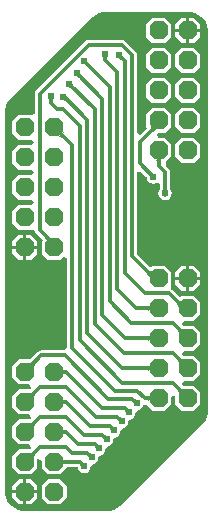
<source format=gbl>
G04*
G04 #@! TF.GenerationSoftware,Altium Limited,Altium Designer,19.1.9 (167)*
G04*
G04 Layer_Physical_Order=2*
G04 Layer_Color=16711680*
%FSLAX25Y25*%
%MOIN*%
G70*
G01*
G75*
%ADD12C,0.01200*%
%ADD13P,0.06818X8X112.5*%
%ADD14C,0.02400*%
G36*
X64833Y167440D02*
X65969Y166969D01*
X66991Y166286D01*
X67861Y165417D01*
X68544Y164394D01*
X69015Y163258D01*
X69254Y162052D01*
Y161437D01*
X69254Y34777D01*
Y34163D01*
X69015Y32956D01*
X68544Y31820D01*
X67861Y30798D01*
X67426Y30363D01*
X40543Y3479D01*
X40108Y3045D01*
X39085Y2362D01*
X37949Y1891D01*
X36743Y1651D01*
X7894D01*
X7279Y1651D01*
X6073Y1891D01*
X4937Y2362D01*
X3914Y3045D01*
X3045Y3914D01*
X2362Y4937D01*
X1891Y6073D01*
X1651Y7279D01*
X1651Y7894D01*
Y134553D01*
X1651Y135168D01*
X1891Y136374D01*
X2362Y137510D01*
X3045Y138533D01*
X3479Y138968D01*
X30363Y165851D01*
X30798Y166286D01*
X31820Y166969D01*
X32956Y167440D01*
X34163Y167680D01*
X34777Y167680D01*
X63627D01*
X64833Y167440D01*
D02*
G37*
%LPC*%
G36*
X64660Y165881D02*
X63085D01*
Y162232D01*
X66735D01*
Y163806D01*
X64660Y165881D01*
D02*
G37*
G36*
X62085D02*
X60511D01*
X58436Y163806D01*
Y162232D01*
X62085D01*
Y165881D01*
D02*
G37*
G36*
X54909Y165882D02*
X50760D01*
X48685Y163807D01*
Y159658D01*
X50760Y157583D01*
X54909D01*
X56984Y159658D01*
Y163807D01*
X54909Y165882D01*
D02*
G37*
G36*
X66735Y161232D02*
X63085D01*
Y157582D01*
X64660D01*
X66735Y159657D01*
Y161232D01*
D02*
G37*
G36*
X62085D02*
X58436D01*
Y159657D01*
X60511Y157582D01*
X62085D01*
Y161232D01*
D02*
G37*
G36*
X54909Y155882D02*
X50760D01*
X48685Y153807D01*
Y149657D01*
X50760Y147583D01*
X54909D01*
X56984Y149657D01*
Y153807D01*
X54909Y155882D01*
D02*
G37*
G36*
X64660Y155881D02*
X60511D01*
X58436Y153806D01*
Y149657D01*
X60511Y147582D01*
X64660D01*
X66735Y149657D01*
Y153806D01*
X64660Y155881D01*
D02*
G37*
G36*
X54909Y145882D02*
X50760D01*
X48685Y143807D01*
Y139657D01*
X50760Y137583D01*
X54909D01*
X56984Y139657D01*
Y143807D01*
X54909Y145882D01*
D02*
G37*
G36*
X64660Y145881D02*
X60511D01*
X58436Y143806D01*
Y139657D01*
X60511Y137582D01*
X64660D01*
X66735Y139657D01*
Y143806D01*
X64660Y145881D01*
D02*
G37*
G36*
X40518Y158505D02*
X29518D01*
X28894Y158380D01*
X28365Y158027D01*
X12035Y141698D01*
X11682Y141168D01*
X11558Y140544D01*
Y133876D01*
X10449Y133417D01*
X10343Y133524D01*
X6193D01*
X4118Y131449D01*
Y127299D01*
X6193Y125224D01*
X10343D01*
X11284Y124469D01*
Y124279D01*
X10727Y123832D01*
X10183Y123524D01*
X6193D01*
X4118Y121449D01*
Y117299D01*
X6193Y115224D01*
X10343D01*
X11284Y114469D01*
Y114279D01*
X10727Y113832D01*
X10183Y113524D01*
X6193D01*
X4118Y111449D01*
Y107299D01*
X6193Y105224D01*
X10343D01*
X11284Y104469D01*
Y104279D01*
X10727Y103832D01*
X10183Y103524D01*
X6193D01*
X4118Y101449D01*
Y97299D01*
X6193Y95224D01*
X10343D01*
X10454Y95336D01*
X11634Y94819D01*
X11682Y94578D01*
X12035Y94049D01*
X14253Y91832D01*
X13869Y91448D01*
Y87299D01*
X15944Y85224D01*
X20093D01*
X21187Y86318D01*
X22387Y85821D01*
Y56051D01*
X21998Y55484D01*
X21907Y55394D01*
X21341Y55005D01*
X13767D01*
X13143Y54881D01*
X12614Y54527D01*
X10119Y52032D01*
X10109Y52024D01*
X6193D01*
X4118Y49949D01*
Y45799D01*
X6193Y43724D01*
X9615D01*
X10256Y42584D01*
X9833Y42024D01*
X6193D01*
X4118Y39949D01*
Y35799D01*
X6193Y33724D01*
X9615D01*
X10256Y32583D01*
X9833Y32024D01*
X6193D01*
X4118Y29949D01*
Y25799D01*
X6193Y23724D01*
X9615D01*
X10256Y22583D01*
X9833Y22024D01*
X6193D01*
X4118Y19949D01*
Y15799D01*
X6193Y13724D01*
X10343D01*
X12417Y15799D01*
Y18790D01*
X12669Y18955D01*
X13869Y18308D01*
Y15799D01*
X15944Y13724D01*
X20093D01*
X22168Y15799D01*
Y16242D01*
X25802D01*
X25946Y15515D01*
X26432Y14787D01*
X27160Y14301D01*
X28018Y14130D01*
X28877Y14301D01*
X29605Y14787D01*
X30091Y15515D01*
X30261Y16373D01*
X31303Y17286D01*
X31377Y17301D01*
X32105Y17787D01*
X32591Y18515D01*
X32761Y19373D01*
X33803Y20286D01*
X33877Y20301D01*
X34605Y20787D01*
X35091Y21515D01*
X35261Y22373D01*
X36303Y23286D01*
X36377Y23301D01*
X37105Y23787D01*
X37591Y24515D01*
X37762Y25373D01*
X38803Y26286D01*
X38877Y26301D01*
X39605Y26787D01*
X40091Y27515D01*
X40262Y28373D01*
X41303Y29286D01*
X41377Y29301D01*
X42105Y29787D01*
X42591Y30515D01*
X42761Y31373D01*
X43803Y32286D01*
X43877Y32301D01*
X44605Y32787D01*
X45091Y33515D01*
X45261Y34373D01*
X46303Y35286D01*
X46377Y35301D01*
X47105Y35787D01*
X47591Y36515D01*
X47630Y36710D01*
X48883Y36861D01*
X50760Y34984D01*
X54909D01*
X56984Y37059D01*
Y39567D01*
X58184Y40214D01*
X58436Y40048D01*
Y37058D01*
X60511Y34984D01*
X64660D01*
X66735Y37058D01*
Y41208D01*
X64660Y43283D01*
X61020D01*
X60597Y43843D01*
X61238Y44984D01*
X64660D01*
X66735Y47058D01*
Y51208D01*
X64660Y53283D01*
X61020D01*
X60597Y53843D01*
X61238Y54984D01*
X64660D01*
X66735Y57058D01*
Y61208D01*
X64660Y63283D01*
X61020D01*
X60597Y63843D01*
X61238Y64984D01*
X64660D01*
X66735Y67058D01*
Y71208D01*
X64660Y73283D01*
X60511D01*
X59963Y72736D01*
X57411Y75287D01*
X57111Y75488D01*
X56832Y76442D01*
X56805Y76880D01*
X56984Y77059D01*
Y81209D01*
X54909Y83284D01*
X50760D01*
X50088Y82611D01*
X45650Y87049D01*
Y114367D01*
X46758Y114826D01*
X48773Y112812D01*
X48779Y112804D01*
X48793Y112785D01*
X48946Y112015D01*
X49432Y111287D01*
X50160Y110801D01*
X51018Y110630D01*
X51877Y110801D01*
X52187Y111008D01*
X53387Y110463D01*
Y108917D01*
X53386Y108908D01*
X53382Y108885D01*
X52946Y108232D01*
X52775Y107373D01*
X52946Y106515D01*
X53432Y105787D01*
X54160Y105301D01*
X55018Y105130D01*
X55877Y105301D01*
X56604Y105787D01*
X57091Y106515D01*
X57262Y107373D01*
X57091Y108232D01*
X56655Y108885D01*
X56653Y108896D01*
X56650Y108932D01*
Y114373D01*
X56650Y114373D01*
X56526Y114998D01*
X56172Y115527D01*
X55197Y116502D01*
X55361Y118035D01*
X56984Y119658D01*
Y123807D01*
X54909Y125882D01*
X52774D01*
X52199Y127082D01*
X52601Y127583D01*
X54909D01*
X56984Y129657D01*
Y133807D01*
X54909Y135882D01*
X50760D01*
X48685Y133807D01*
Y129657D01*
X49090Y129252D01*
X46758Y126920D01*
X45650Y127380D01*
Y153373D01*
X45526Y153998D01*
X45172Y154527D01*
X41672Y158027D01*
X41143Y158380D01*
X40518Y158505D01*
D02*
G37*
G36*
X64660Y135881D02*
X60511D01*
X58436Y133806D01*
Y129657D01*
X60511Y127582D01*
X64660D01*
X66735Y129657D01*
Y133806D01*
X64660Y135881D01*
D02*
G37*
G36*
Y125881D02*
X60511D01*
X58436Y123806D01*
Y119657D01*
X60511Y117582D01*
X64660D01*
X66735Y119657D01*
Y123806D01*
X64660Y125881D01*
D02*
G37*
G36*
X10343Y93524D02*
X8768D01*
Y89874D01*
X12417D01*
Y91449D01*
X10343Y93524D01*
D02*
G37*
G36*
X7768D02*
X6193D01*
X4118Y91449D01*
Y89874D01*
X7768D01*
Y93524D01*
D02*
G37*
G36*
X12417Y88874D02*
X8768D01*
Y85224D01*
X10343D01*
X12417Y87299D01*
Y88874D01*
D02*
G37*
G36*
X7768D02*
X4118D01*
Y87299D01*
X6193Y85224D01*
X7768D01*
Y88874D01*
D02*
G37*
G36*
X64660Y83283D02*
X63085D01*
Y79633D01*
X66735D01*
Y81208D01*
X64660Y83283D01*
D02*
G37*
G36*
X62085D02*
X60511D01*
X58436Y81208D01*
Y79633D01*
X62085D01*
Y83283D01*
D02*
G37*
G36*
X66735Y78633D02*
X63085D01*
Y74984D01*
X64660D01*
X66735Y77058D01*
Y78633D01*
D02*
G37*
G36*
X62085D02*
X58436D01*
Y77058D01*
X60511Y74984D01*
X62085D01*
Y78633D01*
D02*
G37*
G36*
X10343Y12024D02*
X8768D01*
Y8374D01*
X12417D01*
Y9949D01*
X10343Y12024D01*
D02*
G37*
G36*
X7768D02*
X6193D01*
X4118Y9949D01*
Y8374D01*
X7768D01*
Y12024D01*
D02*
G37*
G36*
X12417Y7374D02*
X8768D01*
Y3724D01*
X10343D01*
X12417Y5799D01*
Y7374D01*
D02*
G37*
G36*
X7768D02*
X4118D01*
Y5799D01*
X6193Y3724D01*
X7768D01*
Y7374D01*
D02*
G37*
G36*
X20093Y12023D02*
X15944D01*
X13869Y9948D01*
Y5799D01*
X15944Y3724D01*
X20093D01*
X22168Y5799D01*
Y9948D01*
X20093Y12023D01*
D02*
G37*
%LPD*%
G36*
X35813Y152965D02*
X35772Y152905D01*
X35736Y152836D01*
X35705Y152759D01*
X35678Y152673D01*
X35657Y152579D01*
X35640Y152476D01*
X35628Y152364D01*
X35618Y152114D01*
X34418D01*
X34416Y152243D01*
X34397Y152476D01*
X34380Y152579D01*
X34358Y152673D01*
X34332Y152759D01*
X34301Y152836D01*
X34265Y152905D01*
X34224Y152965D01*
X34178Y153016D01*
X35858D01*
X35813Y152965D01*
D02*
G37*
G36*
X40723Y153293D02*
X40736Y153221D01*
X40759Y153148D01*
X40792Y153071D01*
X40834Y152991D01*
X40885Y152909D01*
X40946Y152824D01*
X41017Y152737D01*
X41187Y152554D01*
X40338Y151705D01*
X40245Y151795D01*
X40067Y151945D01*
X39983Y152006D01*
X39900Y152058D01*
X39821Y152100D01*
X39744Y152133D01*
X39670Y152156D01*
X39599Y152169D01*
X39530Y152173D01*
X40718Y153361D01*
X40723Y153293D01*
D02*
G37*
G36*
X29223Y151293D02*
X29236Y151222D01*
X29259Y151148D01*
X29292Y151071D01*
X29334Y150991D01*
X29385Y150909D01*
X29446Y150824D01*
X29517Y150737D01*
X29687Y150554D01*
X28838Y149705D01*
X28745Y149795D01*
X28567Y149945D01*
X28482Y150006D01*
X28400Y150058D01*
X28321Y150100D01*
X28244Y150133D01*
X28170Y150156D01*
X28099Y150169D01*
X28030Y150173D01*
X29218Y151361D01*
X29223Y151293D01*
D02*
G37*
G36*
X26722Y147293D02*
X26736Y147222D01*
X26759Y147148D01*
X26792Y147071D01*
X26834Y146991D01*
X26885Y146909D01*
X26946Y146825D01*
X27017Y146737D01*
X27187Y146554D01*
X26338Y145705D01*
X26245Y145795D01*
X26067Y145945D01*
X25982Y146007D01*
X25900Y146058D01*
X25821Y146100D01*
X25744Y146133D01*
X25670Y146156D01*
X25599Y146169D01*
X25530Y146173D01*
X26718Y147361D01*
X26722Y147293D01*
D02*
G37*
G36*
X24223Y143793D02*
X24236Y143721D01*
X24259Y143648D01*
X24292Y143571D01*
X24334Y143491D01*
X24385Y143409D01*
X24446Y143324D01*
X24517Y143237D01*
X24687Y143054D01*
X23838Y142205D01*
X23745Y142295D01*
X23567Y142445D01*
X23483Y142507D01*
X23400Y142558D01*
X23321Y142600D01*
X23244Y142633D01*
X23170Y142656D01*
X23099Y142669D01*
X23030Y142673D01*
X24218Y143861D01*
X24223Y143793D01*
D02*
G37*
G36*
X17813Y138965D02*
X17772Y138905D01*
X17736Y138836D01*
X17705Y138759D01*
X17678Y138673D01*
X17657Y138579D01*
X17640Y138476D01*
X17628Y138364D01*
X17618Y138114D01*
X16418D01*
X16416Y138243D01*
X16397Y138476D01*
X16380Y138579D01*
X16358Y138673D01*
X16332Y138759D01*
X16301Y138836D01*
X16265Y138905D01*
X16224Y138965D01*
X16178Y139016D01*
X17858D01*
X17813Y138965D01*
D02*
G37*
G36*
X22185Y139672D02*
X22210Y139622D01*
X22244Y139567D01*
X22286Y139506D01*
X22395Y139368D01*
X22539Y139207D01*
X22717Y139023D01*
X22184Y137860D01*
X22090Y137949D01*
X22000Y138026D01*
X21912Y138092D01*
X21828Y138147D01*
X21746Y138190D01*
X21668Y138221D01*
X21592Y138241D01*
X21520Y138249D01*
X21450Y138245D01*
X21383Y138230D01*
X22169Y139716D01*
X22185Y139672D01*
D02*
G37*
G36*
X52437Y128607D02*
X52319Y128647D01*
X52189Y128660D01*
X52048Y128644D01*
X51895Y128601D01*
X51731Y128529D01*
X51556Y128428D01*
X51369Y128300D01*
X51171Y128144D01*
X50961Y127959D01*
X50740Y127746D01*
X49730Y128434D01*
X49915Y128627D01*
X50068Y128806D01*
X50190Y128970D01*
X50281Y129120D01*
X50340Y129255D01*
X50367Y129376D01*
X50363Y129483D01*
X50328Y129575D01*
X50261Y129652D01*
X50163Y129715D01*
X52437Y128607D01*
D02*
G37*
G36*
X21074Y127844D02*
X21030Y127745D01*
X21013Y127637D01*
X21023Y127518D01*
X21060Y127390D01*
X21123Y127251D01*
X21214Y127102D01*
X21330Y126943D01*
X21474Y126775D01*
X21644Y126596D01*
X20796Y125747D01*
X20617Y125918D01*
X20448Y126061D01*
X20290Y126178D01*
X20141Y126268D01*
X20002Y126332D01*
X19874Y126368D01*
X19755Y126378D01*
X19646Y126362D01*
X19548Y126318D01*
X19459Y126248D01*
X21144Y127933D01*
X21074Y127844D01*
D02*
G37*
G36*
X53921Y118595D02*
X53819Y118558D01*
X53729Y118498D01*
X53651Y118413D01*
X53585Y118304D01*
X53531Y118170D01*
X53489Y118013D01*
X53459Y117831D01*
X53441Y117625D01*
X53435Y117395D01*
X52235D01*
X52229Y117625D01*
X52211Y117831D01*
X52181Y118013D01*
X52139Y118170D01*
X52085Y118304D01*
X52019Y118413D01*
X51941Y118498D01*
X51851Y118558D01*
X51749Y118595D01*
X51635Y118607D01*
X54035D01*
X53921Y118595D01*
D02*
G37*
G36*
X50292Y114452D02*
X50469Y114301D01*
X50554Y114240D01*
X50637Y114189D01*
X50716Y114147D01*
X50793Y114114D01*
X50867Y114091D01*
X50938Y114077D01*
X51006Y114073D01*
X49819Y112885D01*
X49814Y112954D01*
X49801Y113025D01*
X49778Y113099D01*
X49745Y113176D01*
X49703Y113255D01*
X49652Y113338D01*
X49590Y113422D01*
X49520Y113510D01*
X49350Y113693D01*
X50199Y114542D01*
X50292Y114452D01*
D02*
G37*
G36*
X55621Y109003D02*
X55640Y108771D01*
X55657Y108668D01*
X55678Y108573D01*
X55705Y108488D01*
X55736Y108410D01*
X55772Y108342D01*
X55813Y108282D01*
X55858Y108230D01*
X54178D01*
X54224Y108282D01*
X54265Y108342D01*
X54301Y108410D01*
X54332Y108488D01*
X54358Y108573D01*
X54380Y108668D01*
X54397Y108771D01*
X54409Y108883D01*
X54418Y109133D01*
X55618D01*
X55621Y109003D01*
D02*
G37*
G36*
X16103Y93146D02*
X16512Y92803D01*
X16700Y92675D01*
X16875Y92574D01*
X17039Y92503D01*
X17191Y92459D01*
X17332Y92444D01*
X17461Y92457D01*
X17578Y92499D01*
X15325Y91370D01*
X15423Y91433D01*
X15489Y91511D01*
X15524Y91604D01*
X15527Y91711D01*
X15500Y91832D01*
X15441Y91967D01*
X15350Y92116D01*
X15229Y92280D01*
X15076Y92458D01*
X14892Y92651D01*
X15881Y93360D01*
X16103Y93146D01*
D02*
G37*
G36*
X49474Y81774D02*
X49834Y81483D01*
X49988Y81388D01*
X50124Y81328D01*
X50244Y81302D01*
X50346Y81310D01*
X50431Y81352D01*
X50499Y81428D01*
X50550Y81539D01*
X49709Y78998D01*
X49738Y79128D01*
X49741Y79267D01*
X49719Y79414D01*
X49671Y79571D01*
X49598Y79736D01*
X49499Y79910D01*
X49375Y80093D01*
X49225Y80285D01*
X49049Y80485D01*
X48849Y80695D01*
X49269Y81972D01*
X49474Y81774D01*
D02*
G37*
G36*
X59344Y71904D02*
X59528Y71746D01*
X59696Y71621D01*
X59848Y71528D01*
X59984Y71468D01*
X60105Y71441D01*
X60209Y71447D01*
X60297Y71486D01*
X60369Y71558D01*
X60426Y71663D01*
X59460Y69247D01*
X59494Y69371D01*
X59502Y69506D01*
X59483Y69651D01*
X59437Y69805D01*
X59364Y69970D01*
X59265Y70145D01*
X59139Y70329D01*
X58986Y70524D01*
X58806Y70729D01*
X58599Y70944D01*
X59145Y72096D01*
X59344Y71904D01*
D02*
G37*
G36*
X49709Y67934D02*
X49697Y68048D01*
X49661Y68150D01*
X49600Y68240D01*
X49515Y68318D01*
X49406Y68384D01*
X49273Y68438D01*
X49115Y68480D01*
X48933Y68510D01*
X48727Y68528D01*
X48497Y68534D01*
Y69734D01*
X48727Y69740D01*
X48933Y69758D01*
X49115Y69788D01*
X49273Y69830D01*
X49406Y69884D01*
X49515Y69950D01*
X49600Y70028D01*
X49661Y70118D01*
X49697Y70220D01*
X49709Y70334D01*
Y67934D01*
D02*
G37*
G36*
X59987Y62589D02*
X60155Y62445D01*
X60314Y62328D01*
X60463Y62238D01*
X60602Y62175D01*
X60730Y62138D01*
X60849Y62128D01*
X60957Y62145D01*
X61056Y62189D01*
X61145Y62259D01*
X59460Y60574D01*
X59530Y60662D01*
X59574Y60761D01*
X59590Y60870D01*
X59580Y60988D01*
X59544Y61117D01*
X59480Y61256D01*
X59390Y61405D01*
X59273Y61563D01*
X59130Y61732D01*
X58959Y61911D01*
X59808Y62759D01*
X59987Y62589D01*
D02*
G37*
G36*
X49709Y57934D02*
X49697Y58048D01*
X49661Y58150D01*
X49600Y58240D01*
X49515Y58318D01*
X49406Y58384D01*
X49273Y58438D01*
X49115Y58480D01*
X48933Y58510D01*
X48727Y58528D01*
X48497Y58534D01*
Y59734D01*
X48727Y59740D01*
X48933Y59758D01*
X49115Y59788D01*
X49273Y59830D01*
X49406Y59884D01*
X49515Y59950D01*
X49600Y60028D01*
X49661Y60118D01*
X49697Y60220D01*
X49709Y60334D01*
Y57934D01*
D02*
G37*
G36*
X11894Y50652D02*
X11723Y50473D01*
X11580Y50304D01*
X11463Y50145D01*
X11373Y49997D01*
X11309Y49858D01*
X11273Y49729D01*
X11263Y49611D01*
X11280Y49502D01*
X11323Y49403D01*
X11393Y49315D01*
X9708Y51000D01*
X9797Y50929D01*
X9896Y50886D01*
X10004Y50869D01*
X10123Y50879D01*
X10252Y50916D01*
X10390Y50979D01*
X10539Y51069D01*
X10698Y51186D01*
X10866Y51330D01*
X11045Y51500D01*
X11894Y50652D01*
D02*
G37*
G36*
X59987Y52589D02*
X60155Y52445D01*
X60314Y52328D01*
X60463Y52238D01*
X60602Y52175D01*
X60730Y52138D01*
X60849Y52128D01*
X60957Y52145D01*
X61056Y52188D01*
X61145Y52259D01*
X59460Y50574D01*
X59530Y50662D01*
X59574Y50761D01*
X59590Y50870D01*
X59580Y50988D01*
X59544Y51117D01*
X59480Y51256D01*
X59390Y51405D01*
X59273Y51563D01*
X59130Y51732D01*
X58959Y51911D01*
X59808Y52759D01*
X59987Y52589D01*
D02*
G37*
G36*
X49709Y47934D02*
X49697Y48048D01*
X49661Y48150D01*
X49600Y48240D01*
X49515Y48318D01*
X49406Y48384D01*
X49273Y48438D01*
X49115Y48480D01*
X48933Y48510D01*
X48727Y48528D01*
X48497Y48534D01*
Y49734D01*
X48727Y49740D01*
X48933Y49758D01*
X49115Y49788D01*
X49273Y49830D01*
X49406Y49884D01*
X49515Y49950D01*
X49600Y50028D01*
X49661Y50118D01*
X49697Y50220D01*
X49709Y50334D01*
Y47934D01*
D02*
G37*
G36*
X21165Y48686D02*
X21191Y48641D01*
X21234Y48602D01*
X21294Y48568D01*
X21372Y48539D01*
X21466Y48515D01*
X21579Y48497D01*
X21708Y48484D01*
X22018Y48473D01*
Y47273D01*
X21855Y47271D01*
X21579Y47250D01*
X21466Y47231D01*
X21372Y47208D01*
X21294Y47179D01*
X21234Y47145D01*
X21191Y47105D01*
X21165Y47061D01*
X21156Y47011D01*
Y48736D01*
X21165Y48686D01*
D02*
G37*
G36*
X11894Y40652D02*
X11723Y40473D01*
X11580Y40304D01*
X11463Y40145D01*
X11373Y39997D01*
X11309Y39858D01*
X11273Y39729D01*
X11263Y39611D01*
X11280Y39502D01*
X11323Y39403D01*
X11393Y39315D01*
X9708Y41000D01*
X9797Y40929D01*
X9896Y40886D01*
X10004Y40869D01*
X10123Y40879D01*
X10252Y40916D01*
X10390Y40979D01*
X10539Y41069D01*
X10698Y41186D01*
X10866Y41330D01*
X11045Y41500D01*
X11894Y40652D01*
D02*
G37*
G36*
X59987Y42589D02*
X60155Y42445D01*
X60314Y42328D01*
X60463Y42238D01*
X60602Y42175D01*
X60730Y42138D01*
X60849Y42128D01*
X60957Y42145D01*
X61056Y42189D01*
X61145Y42259D01*
X59460Y40574D01*
X59530Y40662D01*
X59574Y40761D01*
X59590Y40870D01*
X59580Y40988D01*
X59544Y41117D01*
X59480Y41256D01*
X59390Y41405D01*
X59273Y41563D01*
X59130Y41732D01*
X58959Y41911D01*
X59808Y42759D01*
X59987Y42589D01*
D02*
G37*
G36*
X49709Y37934D02*
X49697Y38048D01*
X49661Y38150D01*
X49600Y38240D01*
X49515Y38318D01*
X49406Y38384D01*
X49273Y38438D01*
X49115Y38480D01*
X48933Y38510D01*
X48727Y38528D01*
X48497Y38534D01*
Y39734D01*
X48727Y39740D01*
X48933Y39758D01*
X49115Y39788D01*
X49273Y39830D01*
X49406Y39884D01*
X49515Y39950D01*
X49600Y40028D01*
X49661Y40118D01*
X49697Y40220D01*
X49709Y40334D01*
Y37934D01*
D02*
G37*
G36*
X44792Y38952D02*
X44969Y38801D01*
X45054Y38740D01*
X45136Y38689D01*
X45216Y38647D01*
X45293Y38614D01*
X45367Y38591D01*
X45438Y38577D01*
X45506Y38573D01*
X44319Y37385D01*
X44314Y37454D01*
X44301Y37525D01*
X44278Y37599D01*
X44245Y37676D01*
X44203Y37755D01*
X44151Y37837D01*
X44090Y37922D01*
X44020Y38010D01*
X43850Y38193D01*
X44699Y39042D01*
X44792Y38952D01*
D02*
G37*
G36*
X21165Y38686D02*
X21191Y38641D01*
X21234Y38602D01*
X21294Y38568D01*
X21372Y38539D01*
X21466Y38515D01*
X21579Y38497D01*
X21708Y38484D01*
X22018Y38473D01*
Y37273D01*
X21855Y37271D01*
X21579Y37250D01*
X21466Y37231D01*
X21372Y37208D01*
X21294Y37179D01*
X21234Y37145D01*
X21191Y37105D01*
X21165Y37061D01*
X21156Y37011D01*
Y38736D01*
X21165Y38686D01*
D02*
G37*
G36*
X42292Y35952D02*
X42469Y35801D01*
X42554Y35740D01*
X42636Y35689D01*
X42716Y35647D01*
X42793Y35614D01*
X42867Y35591D01*
X42938Y35577D01*
X43006Y35573D01*
X41818Y34385D01*
X41814Y34454D01*
X41801Y34525D01*
X41778Y34599D01*
X41745Y34676D01*
X41703Y34755D01*
X41651Y34837D01*
X41590Y34922D01*
X41520Y35010D01*
X41350Y35193D01*
X42199Y36042D01*
X42292Y35952D01*
D02*
G37*
G36*
X39792Y32952D02*
X39970Y32801D01*
X40054Y32740D01*
X40137Y32689D01*
X40216Y32647D01*
X40293Y32614D01*
X40367Y32591D01*
X40438Y32577D01*
X40506Y32573D01*
X39318Y31385D01*
X39314Y31454D01*
X39301Y31525D01*
X39278Y31599D01*
X39245Y31676D01*
X39203Y31755D01*
X39151Y31837D01*
X39090Y31922D01*
X39020Y32010D01*
X38850Y32193D01*
X39699Y33042D01*
X39792Y32952D01*
D02*
G37*
G36*
X11894Y30652D02*
X11723Y30473D01*
X11580Y30304D01*
X11463Y30145D01*
X11373Y29997D01*
X11309Y29858D01*
X11273Y29729D01*
X11263Y29611D01*
X11280Y29502D01*
X11323Y29403D01*
X11393Y29315D01*
X9708Y31000D01*
X9797Y30929D01*
X9896Y30886D01*
X10004Y30869D01*
X10123Y30879D01*
X10252Y30916D01*
X10390Y30979D01*
X10539Y31069D01*
X10698Y31186D01*
X10866Y31330D01*
X11045Y31500D01*
X11894Y30652D01*
D02*
G37*
G36*
X37292Y29952D02*
X37470Y29801D01*
X37554Y29740D01*
X37637Y29689D01*
X37716Y29647D01*
X37793Y29614D01*
X37867Y29591D01*
X37938Y29577D01*
X38006Y29573D01*
X36819Y28385D01*
X36814Y28454D01*
X36801Y28525D01*
X36778Y28599D01*
X36745Y28676D01*
X36703Y28755D01*
X36652Y28837D01*
X36590Y28922D01*
X36520Y29010D01*
X36350Y29193D01*
X37199Y30042D01*
X37292Y29952D01*
D02*
G37*
G36*
X21165Y28686D02*
X21191Y28641D01*
X21234Y28602D01*
X21294Y28568D01*
X21372Y28539D01*
X21466Y28515D01*
X21579Y28497D01*
X21708Y28484D01*
X22018Y28473D01*
Y27273D01*
X21855Y27271D01*
X21579Y27250D01*
X21466Y27231D01*
X21372Y27208D01*
X21294Y27179D01*
X21234Y27145D01*
X21191Y27105D01*
X21165Y27061D01*
X21156Y27011D01*
Y28736D01*
X21165Y28686D01*
D02*
G37*
G36*
X34792Y26952D02*
X34969Y26801D01*
X35054Y26740D01*
X35137Y26689D01*
X35216Y26647D01*
X35293Y26614D01*
X35367Y26591D01*
X35438Y26577D01*
X35506Y26573D01*
X34319Y25385D01*
X34314Y25454D01*
X34301Y25525D01*
X34278Y25599D01*
X34245Y25676D01*
X34203Y25755D01*
X34152Y25837D01*
X34090Y25922D01*
X34020Y26010D01*
X33850Y26193D01*
X34699Y27042D01*
X34792Y26952D01*
D02*
G37*
G36*
X32292Y23952D02*
X32469Y23801D01*
X32554Y23740D01*
X32636Y23689D01*
X32716Y23647D01*
X32793Y23614D01*
X32867Y23591D01*
X32938Y23577D01*
X33006Y23573D01*
X31819Y22385D01*
X31814Y22454D01*
X31801Y22525D01*
X31778Y22599D01*
X31745Y22676D01*
X31703Y22755D01*
X31651Y22838D01*
X31590Y22922D01*
X31520Y23010D01*
X31350Y23193D01*
X32199Y24042D01*
X32292Y23952D01*
D02*
G37*
G36*
X11894Y20651D02*
X11723Y20473D01*
X11580Y20304D01*
X11463Y20145D01*
X11373Y19997D01*
X11309Y19858D01*
X11273Y19729D01*
X11263Y19611D01*
X11280Y19502D01*
X11323Y19403D01*
X11393Y19315D01*
X9708Y21000D01*
X9797Y20929D01*
X9896Y20886D01*
X10004Y20869D01*
X10123Y20879D01*
X10252Y20916D01*
X10390Y20979D01*
X10539Y21069D01*
X10698Y21186D01*
X10866Y21330D01*
X11045Y21500D01*
X11894Y20651D01*
D02*
G37*
G36*
X29792Y20952D02*
X29969Y20801D01*
X30054Y20740D01*
X30136Y20689D01*
X30216Y20647D01*
X30293Y20614D01*
X30367Y20591D01*
X30438Y20577D01*
X30506Y20573D01*
X29318Y19385D01*
X29314Y19454D01*
X29301Y19525D01*
X29278Y19599D01*
X29245Y19676D01*
X29203Y19755D01*
X29151Y19838D01*
X29090Y19922D01*
X29020Y20010D01*
X28850Y20193D01*
X29699Y21042D01*
X29792Y20952D01*
D02*
G37*
G36*
X21168Y18959D02*
X21204Y18857D01*
X21264Y18767D01*
X21348Y18689D01*
X21456Y18623D01*
X21588Y18569D01*
X21744Y18527D01*
X21924Y18497D01*
X22128Y18479D01*
X22356Y18473D01*
Y17273D01*
X22128Y17267D01*
X21924Y17249D01*
X21744Y17219D01*
X21588Y17177D01*
X21456Y17123D01*
X21348Y17057D01*
X21264Y16979D01*
X21204Y16889D01*
X21168Y16787D01*
X21156Y16673D01*
Y19073D01*
X21168Y18959D01*
D02*
G37*
G36*
X27292Y17952D02*
X27470Y17801D01*
X27554Y17740D01*
X27637Y17689D01*
X27716Y17647D01*
X27793Y17614D01*
X27867Y17591D01*
X27938Y17577D01*
X28006Y17573D01*
X26818Y16385D01*
X26814Y16454D01*
X26801Y16525D01*
X26778Y16599D01*
X26745Y16676D01*
X26703Y16755D01*
X26651Y16838D01*
X26590Y16922D01*
X26520Y17010D01*
X26350Y17193D01*
X27199Y18042D01*
X27292Y17952D01*
D02*
G37*
D12*
X13189Y140544D02*
X29518Y156873D01*
X13189Y95203D02*
Y140544D01*
Y95203D02*
X18018Y90373D01*
X56258Y74134D02*
X61259Y69133D01*
X48258Y74134D02*
X56258D01*
X41518Y80873D02*
X48258Y74134D01*
X57585Y64134D02*
X62585Y59133D01*
X43758Y64134D02*
X57585D01*
X36518Y71373D02*
X43758Y64134D01*
X57585Y54134D02*
X62585Y49133D01*
X41258Y54134D02*
X57585D01*
X31518Y63873D02*
X41258Y54134D01*
X45758Y41634D02*
X48258Y39134D01*
X38258Y41634D02*
X45758D01*
X24018Y55873D02*
X38258Y41634D01*
X57585Y44134D02*
X62585Y39133D01*
X40758Y44134D02*
X57585D01*
X26518Y58373D02*
X40758Y44134D01*
X48258Y39134D02*
X52835D01*
X44018Y38873D02*
X45018Y37873D01*
X41518Y35873D02*
X42518Y34873D01*
X39018Y32873D02*
X40018Y31873D01*
X36518Y29873D02*
X37518Y28873D01*
X34018Y26873D02*
X35018Y25873D01*
X31518Y23873D02*
X32518Y22873D01*
X29018Y20873D02*
X30018Y19873D01*
X26518Y17873D02*
X27518Y16873D01*
X18018Y17873D02*
X26518D01*
X18018Y89373D02*
Y90373D01*
X61259Y69133D02*
X62585D01*
X52835Y130690D02*
Y131732D01*
X46518Y124373D02*
X52835Y130690D01*
X46518Y117373D02*
Y124373D01*
X41758Y59134D02*
X52835D01*
X34018Y66873D02*
X41758Y59134D01*
X34018Y66873D02*
Y138873D01*
X36518Y71373D02*
Y142873D01*
X45258Y69134D02*
X52835D01*
X39018Y75373D02*
X45258Y69134D01*
X39018Y75373D02*
Y147873D01*
X41518Y80873D02*
Y151373D01*
X51258Y79134D02*
X52835D01*
X44018Y86373D02*
X51258Y79134D01*
X44018Y86373D02*
Y153373D01*
X31518Y63873D02*
Y135373D01*
X40758Y49134D02*
X52835D01*
X29018Y60873D02*
X40758Y49134D01*
X29018Y60873D02*
Y131873D01*
X26518Y58373D02*
Y129873D01*
X29518Y156873D02*
X40518D01*
X17018Y137373D02*
Y139873D01*
X40518Y156873D02*
X44018Y153373D01*
X23018Y143873D02*
X31518Y135373D01*
X21518Y139373D02*
X29018Y131873D01*
X21018Y139373D02*
X21518D01*
X21018Y135373D02*
X26518Y129873D01*
X19018Y135373D02*
X21018D01*
X17018Y137373D02*
X19018Y135373D01*
X25518Y147373D02*
X34018Y138873D01*
X28018Y151373D02*
X36518Y142873D01*
X8268Y129374D02*
X9019D01*
X35018Y151873D02*
Y153873D01*
Y151873D02*
X39018Y147873D01*
X39518Y153373D02*
X41518Y151373D01*
X55018Y107373D02*
Y114373D01*
Y106873D02*
Y107373D01*
X52835Y116557D02*
X55018Y114373D01*
X52835Y116557D02*
Y121732D01*
X46518Y117373D02*
X51018Y112873D01*
X24018Y55873D02*
Y123373D01*
X18018Y129373D02*
X24018Y123373D01*
X28018Y26873D02*
X34018D01*
X22018Y32873D02*
X28018Y26873D01*
X13267Y32873D02*
X22018D01*
X36018Y38873D02*
X44018D01*
X21518Y53373D02*
X36018Y38873D01*
X13767Y53373D02*
X21518D01*
X30018Y29873D02*
X36518D01*
X22018Y37873D02*
X30018Y29873D01*
X18018Y37873D02*
X22018D01*
X32018Y32873D02*
X39018D01*
X22018Y42873D02*
X32018Y32873D01*
X13267Y42873D02*
X22018D01*
X24018Y20873D02*
X29018D01*
X22018Y22873D02*
X24018Y20873D01*
X13267Y22873D02*
X22018D01*
X26018Y23873D02*
X31518D01*
X22018Y27873D02*
X26018Y23873D01*
X18018Y27873D02*
X22018D01*
X8268Y27874D02*
X13267Y32873D01*
X34018Y35873D02*
X41518D01*
X22018Y47873D02*
X34018Y35873D01*
X18018Y47873D02*
X22018D01*
X8268Y37874D02*
X13267Y42873D01*
X8268Y47874D02*
X13767Y53373D01*
X8268Y17874D02*
X13267Y22873D01*
D13*
X52835Y59134D02*
D03*
Y49134D02*
D03*
Y39134D02*
D03*
Y69134D02*
D03*
Y79134D02*
D03*
X62585Y79133D02*
D03*
Y69133D02*
D03*
Y39133D02*
D03*
Y49133D02*
D03*
Y59133D02*
D03*
X52835Y141732D02*
D03*
Y131732D02*
D03*
Y121732D02*
D03*
Y151732D02*
D03*
Y161732D02*
D03*
X62585Y161732D02*
D03*
Y151732D02*
D03*
Y121732D02*
D03*
Y131732D02*
D03*
Y141732D02*
D03*
X18018Y27873D02*
D03*
Y17873D02*
D03*
Y7873D02*
D03*
Y37873D02*
D03*
Y47873D02*
D03*
X8268Y47874D02*
D03*
Y37874D02*
D03*
Y7874D02*
D03*
Y17874D02*
D03*
Y27874D02*
D03*
X18018Y109373D02*
D03*
Y99373D02*
D03*
Y89373D02*
D03*
Y119373D02*
D03*
Y129373D02*
D03*
X8268Y129374D02*
D03*
Y119374D02*
D03*
Y89374D02*
D03*
Y99374D02*
D03*
Y109374D02*
D03*
D14*
X21654Y154331D02*
D03*
X45276Y159055D02*
D03*
X33071Y165748D02*
D03*
X11417Y144488D02*
D03*
X3543Y124409D02*
D03*
Y104331D02*
D03*
X12205Y70079D02*
D03*
X20866Y83858D02*
D03*
X3543Y58661D02*
D03*
X20472Y57087D02*
D03*
X3543Y42913D02*
D03*
Y22835D02*
D03*
X22441Y3543D02*
D03*
X52362Y18110D02*
D03*
X37795Y3543D02*
D03*
X40157Y24016D02*
D03*
X48425Y33858D02*
D03*
X27559Y11811D02*
D03*
X65354Y30709D02*
D03*
X67716Y44094D02*
D03*
Y64173D02*
D03*
Y96457D02*
D03*
X67323Y127165D02*
D03*
Y146457D02*
D03*
X61811Y108661D02*
D03*
X53543Y85433D02*
D03*
X45518Y37373D02*
D03*
X28018Y16373D02*
D03*
X17018Y139873D02*
D03*
X23018Y143873D02*
D03*
X21018Y139373D02*
D03*
X25518Y147373D02*
D03*
X28018Y151373D02*
D03*
X35018Y153873D02*
D03*
X39518Y153373D02*
D03*
X55018Y107373D02*
D03*
X51018Y112873D02*
D03*
X43018Y34373D02*
D03*
X40518Y31373D02*
D03*
X38018Y28373D02*
D03*
X35518Y25373D02*
D03*
X33018Y22373D02*
D03*
X30518Y19373D02*
D03*
M02*

</source>
